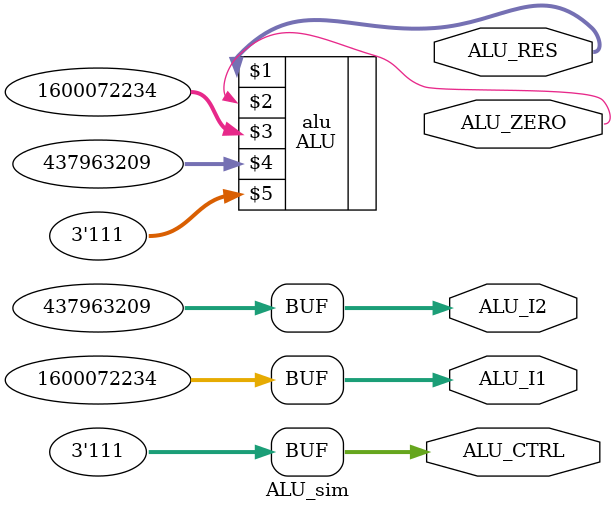
<source format=v>
`timescale 1ns / 1ps


module ALU_sim(
    output [31:0] ALU_RES,
    output ALU_ZERO,
    output reg [31:0] ALU_I1,
    output reg [31:0] ALU_I2,
    output reg [2:0] ALU_CTRL
    );
    
    //ALUÄ£¿éÊµÀý»¯
    ALU alu(ALU_RES,ALU_ZERO,ALU_I1,ALU_I2,ALU_CTRL);
    
    initial
    begin
        ALU_I1 = 32'h5f5f2a2a;
        ALU_I2 = 32'h1a1ac9c9;
    end
    
    always begin
            ALU_CTRL = 3'b001; //Âß¼­Óë
        #10 ALU_CTRL = 3'b010; //ËãÊõ¼Ó
        #10 ALU_CTRL = 3'b011; //Âß¼­»ò
        #10 ALU_CTRL = 3'b110; //ËãÊõ¼õ
        #10 ALU_CTRL = 3'b111; //×óÒÆ
        #10;
    end
    
endmodule

</source>
